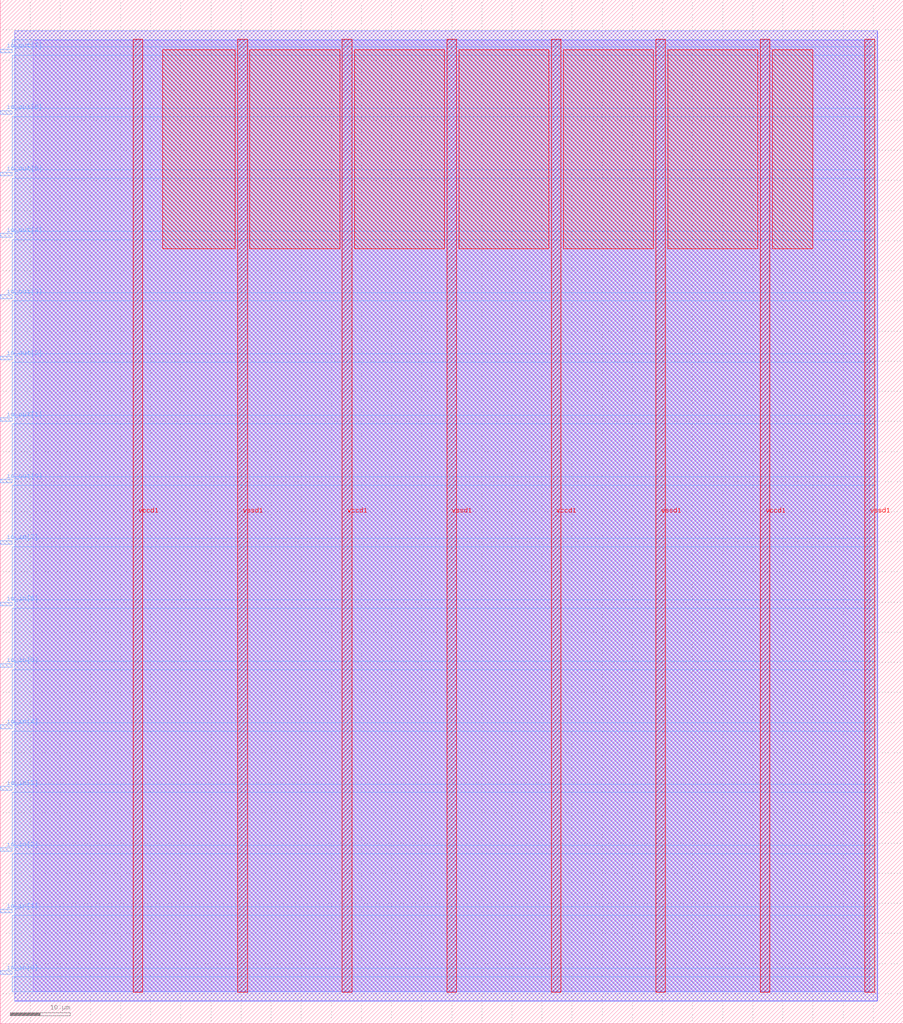
<source format=lef>
VERSION 5.7 ;
  NOWIREEXTENSIONATPIN ON ;
  DIVIDERCHAR "/" ;
  BUSBITCHARS "[]" ;
MACRO dratini0_pov_display_top
  CLASS BLOCK ;
  FOREIGN dratini0_pov_display_top ;
  ORIGIN 0.000 0.000 ;
  SIZE 150.000 BY 170.000 ;
  PIN io_in[0]
    DIRECTION INPUT ;
    USE SIGNAL ;
    PORT
      LAYER met3 ;
        RECT 0.000 8.200 2.000 8.800 ;
    END
  END io_in[0]
  PIN io_in[1]
    DIRECTION INPUT ;
    USE SIGNAL ;
    PORT
      LAYER met3 ;
        RECT 0.000 18.400 2.000 19.000 ;
    END
  END io_in[1]
  PIN io_in[2]
    DIRECTION INPUT ;
    USE SIGNAL ;
    PORT
      LAYER met3 ;
        RECT 0.000 28.600 2.000 29.200 ;
    END
  END io_in[2]
  PIN io_in[3]
    DIRECTION INPUT ;
    USE SIGNAL ;
    PORT
      LAYER met3 ;
        RECT 0.000 38.800 2.000 39.400 ;
    END
  END io_in[3]
  PIN io_in[4]
    DIRECTION INPUT ;
    USE SIGNAL ;
    PORT
      LAYER met3 ;
        RECT 0.000 49.000 2.000 49.600 ;
    END
  END io_in[4]
  PIN io_in[5]
    DIRECTION INPUT ;
    USE SIGNAL ;
    PORT
      LAYER met3 ;
        RECT 0.000 59.200 2.000 59.800 ;
    END
  END io_in[5]
  PIN io_in[6]
    DIRECTION INPUT ;
    USE SIGNAL ;
    PORT
      LAYER met3 ;
        RECT 0.000 69.400 2.000 70.000 ;
    END
  END io_in[6]
  PIN io_in[7]
    DIRECTION INPUT ;
    USE SIGNAL ;
    PORT
      LAYER met3 ;
        RECT 0.000 79.600 2.000 80.200 ;
    END
  END io_in[7]
  PIN io_out[0]
    DIRECTION OUTPUT TRISTATE ;
    USE SIGNAL ;
    PORT
      LAYER met3 ;
        RECT 0.000 89.800 2.000 90.400 ;
    END
  END io_out[0]
  PIN io_out[1]
    DIRECTION OUTPUT TRISTATE ;
    USE SIGNAL ;
    PORT
      LAYER met3 ;
        RECT 0.000 100.000 2.000 100.600 ;
    END
  END io_out[1]
  PIN io_out[2]
    DIRECTION OUTPUT TRISTATE ;
    USE SIGNAL ;
    PORT
      LAYER met3 ;
        RECT 0.000 110.200 2.000 110.800 ;
    END
  END io_out[2]
  PIN io_out[3]
    DIRECTION OUTPUT TRISTATE ;
    USE SIGNAL ;
    PORT
      LAYER met3 ;
        RECT 0.000 120.400 2.000 121.000 ;
    END
  END io_out[3]
  PIN io_out[4]
    DIRECTION OUTPUT TRISTATE ;
    USE SIGNAL ;
    PORT
      LAYER met3 ;
        RECT 0.000 130.600 2.000 131.200 ;
    END
  END io_out[4]
  PIN io_out[5]
    DIRECTION OUTPUT TRISTATE ;
    USE SIGNAL ;
    PORT
      LAYER met3 ;
        RECT 0.000 140.800 2.000 141.400 ;
    END
  END io_out[5]
  PIN io_out[6]
    DIRECTION OUTPUT TRISTATE ;
    USE SIGNAL ;
    PORT
      LAYER met3 ;
        RECT 0.000 151.000 2.000 151.600 ;
    END
  END io_out[6]
  PIN io_out[7]
    DIRECTION OUTPUT TRISTATE ;
    USE SIGNAL ;
    PORT
      LAYER met3 ;
        RECT 0.000 161.200 2.000 161.800 ;
    END
  END io_out[7]
  PIN vccd1
    DIRECTION INOUT ;
    USE POWER ;
    PORT
      LAYER met4 ;
        RECT 22.085 5.200 23.685 163.440 ;
    END
    PORT
      LAYER met4 ;
        RECT 56.815 5.200 58.415 163.440 ;
    END
    PORT
      LAYER met4 ;
        RECT 91.545 5.200 93.145 163.440 ;
    END
    PORT
      LAYER met4 ;
        RECT 126.275 5.200 127.875 163.440 ;
    END
  END vccd1
  PIN vssd1
    DIRECTION INOUT ;
    USE GROUND ;
    PORT
      LAYER met4 ;
        RECT 39.450 5.200 41.050 163.440 ;
    END
    PORT
      LAYER met4 ;
        RECT 74.180 5.200 75.780 163.440 ;
    END
    PORT
      LAYER met4 ;
        RECT 108.910 5.200 110.510 163.440 ;
    END
    PORT
      LAYER met4 ;
        RECT 143.640 5.200 145.240 163.440 ;
    END
  END vssd1
  OBS
      LAYER li1 ;
        RECT 5.520 5.355 144.440 163.285 ;
      LAYER met1 ;
        RECT 2.370 3.780 145.750 164.860 ;
      LAYER met2 ;
        RECT 2.390 3.750 145.720 164.890 ;
      LAYER met3 ;
        RECT 2.000 162.200 145.230 163.365 ;
        RECT 2.400 160.800 145.230 162.200 ;
        RECT 2.000 152.000 145.230 160.800 ;
        RECT 2.400 150.600 145.230 152.000 ;
        RECT 2.000 141.800 145.230 150.600 ;
        RECT 2.400 140.400 145.230 141.800 ;
        RECT 2.000 131.600 145.230 140.400 ;
        RECT 2.400 130.200 145.230 131.600 ;
        RECT 2.000 121.400 145.230 130.200 ;
        RECT 2.400 120.000 145.230 121.400 ;
        RECT 2.000 111.200 145.230 120.000 ;
        RECT 2.400 109.800 145.230 111.200 ;
        RECT 2.000 101.000 145.230 109.800 ;
        RECT 2.400 99.600 145.230 101.000 ;
        RECT 2.000 90.800 145.230 99.600 ;
        RECT 2.400 89.400 145.230 90.800 ;
        RECT 2.000 80.600 145.230 89.400 ;
        RECT 2.400 79.200 145.230 80.600 ;
        RECT 2.000 70.400 145.230 79.200 ;
        RECT 2.400 69.000 145.230 70.400 ;
        RECT 2.000 60.200 145.230 69.000 ;
        RECT 2.400 58.800 145.230 60.200 ;
        RECT 2.000 50.000 145.230 58.800 ;
        RECT 2.400 48.600 145.230 50.000 ;
        RECT 2.000 39.800 145.230 48.600 ;
        RECT 2.400 38.400 145.230 39.800 ;
        RECT 2.000 29.600 145.230 38.400 ;
        RECT 2.400 28.200 145.230 29.600 ;
        RECT 2.000 19.400 145.230 28.200 ;
        RECT 2.400 18.000 145.230 19.400 ;
        RECT 2.000 9.200 145.230 18.000 ;
        RECT 2.400 7.800 145.230 9.200 ;
        RECT 2.000 5.275 145.230 7.800 ;
      LAYER met4 ;
        RECT 26.975 128.695 39.050 161.665 ;
        RECT 41.450 128.695 56.415 161.665 ;
        RECT 58.815 128.695 73.780 161.665 ;
        RECT 76.180 128.695 91.145 161.665 ;
        RECT 93.545 128.695 108.510 161.665 ;
        RECT 110.910 128.695 125.875 161.665 ;
        RECT 128.275 128.695 134.945 161.665 ;
  END
END dratini0_pov_display_top
END LIBRARY


</source>
